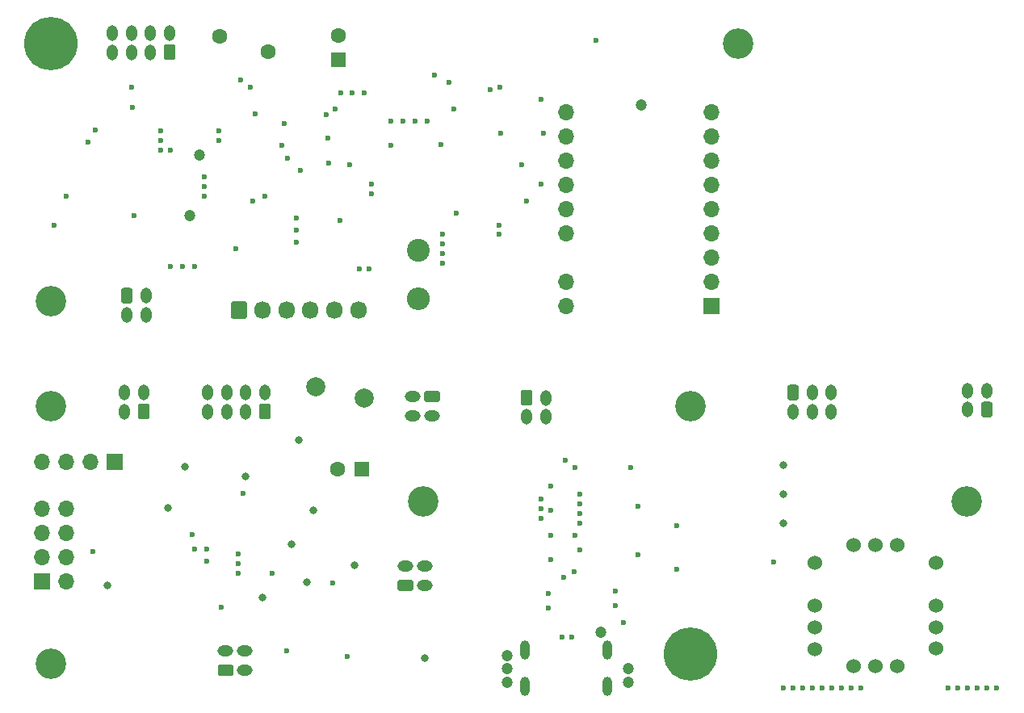
<source format=gbs>
G04 #@! TF.GenerationSoftware,KiCad,Pcbnew,(5.1.10-1-10_14)*
G04 #@! TF.CreationDate,2022-05-12T09:45:16+09:00*
G04 #@! TF.ProjectId,EH-900,45482d39-3030-42e6-9b69-6361645f7063,rev?*
G04 #@! TF.SameCoordinates,PX5f5e100PY510ff40*
G04 #@! TF.FileFunction,Soldermask,Bot*
G04 #@! TF.FilePolarity,Negative*
%FSLAX46Y46*%
G04 Gerber Fmt 4.6, Leading zero omitted, Abs format (unit mm)*
G04 Created by KiCad (PCBNEW (5.1.10-1-10_14)) date 2022-05-12 09:45:16*
%MOMM*%
%LPD*%
G01*
G04 APERTURE LIST*
%ADD10C,0.500000*%
%ADD11O,1.000000X2.000000*%
%ADD12C,1.524000*%
%ADD13O,1.200000X1.650000*%
%ADD14C,3.200000*%
%ADD15O,1.700000X1.700000*%
%ADD16R,1.700000X1.700000*%
%ADD17C,1.600000*%
%ADD18R,1.600000X1.600000*%
%ADD19C,4.000000*%
%ADD20C,5.600000*%
%ADD21C,3.600000*%
%ADD22C,2.010000*%
%ADD23O,1.650000X1.200000*%
%ADD24O,1.700000X1.850000*%
%ADD25O,2.400000X2.400000*%
%ADD26C,2.400000*%
%ADD27C,1.200000*%
%ADD28C,0.600000*%
%ADD29C,0.800000*%
G04 APERTURE END LIST*
D10*
G04 #@! TO.C,J301*
X53680000Y5550000D03*
X53680000Y5650000D03*
X53680000Y5250000D03*
X53680000Y5150000D03*
X53680000Y5050000D03*
X53680000Y5750000D03*
X53680000Y5350000D03*
X53680000Y5450000D03*
X53680000Y1250000D03*
X53680000Y1950000D03*
X53680000Y1550000D03*
X53680000Y1650000D03*
X53680000Y1850000D03*
X53680000Y1450000D03*
X53680000Y1350000D03*
X53680000Y1750000D03*
X62320000Y1250000D03*
X62320000Y1950000D03*
X62320000Y1550000D03*
X62320000Y1650000D03*
X62320000Y1850000D03*
X62320000Y1450000D03*
X62320000Y1350000D03*
X62320000Y1750000D03*
X62320000Y5050000D03*
X62320000Y5150000D03*
X62320000Y5250000D03*
X62320000Y5550000D03*
X62320000Y5600000D03*
X62320000Y5650000D03*
X62320000Y5350000D03*
X62320000Y5750000D03*
D11*
X53680000Y5400000D03*
X62320000Y5400000D03*
X53680000Y1600000D03*
X62320000Y1600000D03*
D10*
X62320000Y5450000D03*
G04 #@! TD*
D12*
G04 #@! TO.C,U302*
X84074000Y14560000D03*
X96774000Y14560000D03*
X88174000Y16410000D03*
X92674000Y16410000D03*
X84074000Y10060000D03*
X84074000Y7770000D03*
X84074000Y5480000D03*
X96774000Y10060000D03*
X96774000Y7810000D03*
X96774000Y5560000D03*
X88174000Y3710000D03*
X90424000Y3710000D03*
X92674000Y3710000D03*
X90424000Y16410000D03*
G04 #@! TD*
G04 #@! TO.C,CN301*
G36*
G01*
X53248000Y31296999D02*
X53248000Y32447001D01*
G75*
G02*
X53497999Y32697000I249999J0D01*
G01*
X54198001Y32697000D01*
G75*
G02*
X54448000Y32447001I0J-249999D01*
G01*
X54448000Y31296999D01*
G75*
G02*
X54198001Y31047000I-249999J0D01*
G01*
X53497999Y31047000D01*
G75*
G02*
X53248000Y31296999I0J249999D01*
G01*
G37*
D13*
X55848000Y31872000D03*
X53848000Y29872000D03*
X55848000Y29872000D03*
G04 #@! TD*
G04 #@! TO.C,CN304*
X100108000Y32634000D03*
X102108000Y32634000D03*
X100108000Y30634000D03*
G36*
G01*
X102708000Y31209001D02*
X102708000Y30058999D01*
G75*
G02*
X102458001Y29809000I-249999J0D01*
G01*
X101757999Y29809000D01*
G75*
G02*
X101508000Y30058999I0J249999D01*
G01*
X101508000Y31209001D01*
G75*
G02*
X101757999Y31459000I249999J0D01*
G01*
X102458001Y31459000D01*
G75*
G02*
X102708000Y31209001I0J-249999D01*
G01*
G37*
G04 #@! TD*
G04 #@! TO.C,CN302*
X85788000Y30412000D03*
X83788000Y30412000D03*
X81788000Y30412000D03*
X85788000Y32412000D03*
X83788000Y32412000D03*
G36*
G01*
X81188000Y31836999D02*
X81188000Y32987001D01*
G75*
G02*
X81437999Y33237000I249999J0D01*
G01*
X82138001Y33237000D01*
G75*
G02*
X82388000Y32987001I0J-249999D01*
G01*
X82388000Y31836999D01*
G75*
G02*
X82138001Y31587000I-249999J0D01*
G01*
X81437999Y31587000D01*
G75*
G02*
X81188000Y31836999I0J249999D01*
G01*
G37*
G04 #@! TD*
D14*
G04 #@! TO.C,REF\u002A\u002A*
X100000000Y21000000D03*
G04 #@! TD*
G04 #@! TO.C,REF\u002A\u002A*
X71000000Y31000000D03*
G04 #@! TD*
G04 #@! TO.C,REF\u002A\u002A*
X4000000Y42000000D03*
G04 #@! TD*
D15*
G04 #@! TO.C,CN204*
X3048000Y25146000D03*
X5588000Y25146000D03*
X8128000Y25146000D03*
D16*
X10668000Y25146000D03*
G04 #@! TD*
D15*
G04 #@! TO.C,CN201*
X5588000Y20268000D03*
X3048000Y20268000D03*
X5588000Y17728000D03*
X3048000Y17728000D03*
X5588000Y15188000D03*
X3048000Y15188000D03*
X5588000Y12648000D03*
D16*
X3048000Y12648000D03*
G04 #@! TD*
D17*
G04 #@! TO.C,C210*
X34076000Y24384000D03*
D18*
X36576000Y24384000D03*
G04 #@! TD*
D14*
G04 #@! TO.C,REF\u002A\u002A*
X76000000Y69000000D03*
G04 #@! TD*
D19*
G04 #@! TO.C,REF\u002A\u002A*
X71000000Y5000000D03*
D20*
X71000000Y5000000D03*
G04 #@! TD*
D21*
G04 #@! TO.C,REF\u002A\u002A*
X4000000Y69000000D03*
D20*
X4000000Y69000000D03*
G04 #@! TD*
D17*
G04 #@! TO.C,F401*
X26766000Y68160000D03*
X21666000Y69760000D03*
G04 #@! TD*
D22*
G04 #@! TO.C,F201*
X36850000Y31820000D03*
X31750000Y33020000D03*
G04 #@! TD*
D13*
G04 #@! TO.C,CN401*
X13938000Y40572000D03*
X11938000Y40572000D03*
X13938000Y42572000D03*
G36*
G01*
X11338000Y41996999D02*
X11338000Y43147001D01*
G75*
G02*
X11587999Y43397000I249999J0D01*
G01*
X12288001Y43397000D01*
G75*
G02*
X12538000Y43147001I0J-249999D01*
G01*
X12538000Y41996999D01*
G75*
G02*
X12288001Y41747000I-249999J0D01*
G01*
X11587999Y41747000D01*
G75*
G02*
X11338000Y41996999I0J249999D01*
G01*
G37*
G04 #@! TD*
D23*
G04 #@! TO.C,CN207*
X43148000Y14192000D03*
X43148000Y12192000D03*
X41148000Y14192000D03*
G36*
G01*
X41723001Y11592000D02*
X40572999Y11592000D01*
G75*
G02*
X40323000Y11841999I0J249999D01*
G01*
X40323000Y12542001D01*
G75*
G02*
X40572999Y12792000I249999J0D01*
G01*
X41723001Y12792000D01*
G75*
G02*
X41973000Y12542001I0J-249999D01*
G01*
X41973000Y11841999D01*
G75*
G02*
X41723001Y11592000I-249999J0D01*
G01*
G37*
G04 #@! TD*
G04 #@! TO.C,CN206*
X41942000Y30004000D03*
X41942000Y32004000D03*
X43942000Y30004000D03*
G36*
G01*
X43366999Y32604000D02*
X44517001Y32604000D01*
G75*
G02*
X44767000Y32354001I0J-249999D01*
G01*
X44767000Y31653999D01*
G75*
G02*
X44517001Y31404000I-249999J0D01*
G01*
X43366999Y31404000D01*
G75*
G02*
X43117000Y31653999I0J249999D01*
G01*
X43117000Y32354001D01*
G75*
G02*
X43366999Y32604000I249999J0D01*
G01*
G37*
G04 #@! TD*
G04 #@! TO.C,CN203*
X24300000Y5302000D03*
X24300000Y3302000D03*
X22300000Y5302000D03*
G36*
G01*
X22875001Y2702000D02*
X21724999Y2702000D01*
G75*
G02*
X21475000Y2951999I0J249999D01*
G01*
X21475000Y3652001D01*
G75*
G02*
X21724999Y3902000I249999J0D01*
G01*
X22875001Y3902000D01*
G75*
G02*
X23125000Y3652001I0J-249999D01*
G01*
X23125000Y2951999D01*
G75*
G02*
X22875001Y2702000I-249999J0D01*
G01*
G37*
G04 #@! TD*
D13*
G04 #@! TO.C,CN202*
X11716000Y32428000D03*
X13716000Y32428000D03*
X11716000Y30428000D03*
G36*
G01*
X14316000Y31003001D02*
X14316000Y29852999D01*
G75*
G02*
X14066001Y29603000I-249999J0D01*
G01*
X13365999Y29603000D01*
G75*
G02*
X13116000Y29852999I0J249999D01*
G01*
X13116000Y31003001D01*
G75*
G02*
X13365999Y31253000I249999J0D01*
G01*
X14066001Y31253000D01*
G75*
G02*
X14316000Y31003001I0J-249999D01*
G01*
G37*
G04 #@! TD*
D14*
G04 #@! TO.C,REF\u002A\u002A*
X43000000Y21000000D03*
G04 #@! TD*
G04 #@! TO.C,REF\u002A\u002A*
X4000000Y4000000D03*
G04 #@! TD*
G04 #@! TO.C,REF\u002A\u002A*
X4000000Y31000000D03*
G04 #@! TD*
D24*
G04 #@! TO.C,CN403*
X36198000Y41058000D03*
X33698000Y41058000D03*
X31198000Y41058000D03*
X28698000Y41058000D03*
X26198000Y41058000D03*
G36*
G01*
X22848000Y40383000D02*
X22848000Y41733000D01*
G75*
G02*
X23098000Y41983000I250000J0D01*
G01*
X24298000Y41983000D01*
G75*
G02*
X24548000Y41733000I0J-250000D01*
G01*
X24548000Y40383000D01*
G75*
G02*
X24298000Y40133000I-250000J0D01*
G01*
X23098000Y40133000D01*
G75*
G02*
X22848000Y40383000I0J250000D01*
G01*
G37*
G04 #@! TD*
D25*
G04 #@! TO.C,R419*
X42494000Y42226000D03*
D26*
X42494000Y47306000D03*
G04 #@! TD*
D15*
G04 #@! TO.C,U409*
X57988000Y41464000D03*
X57988000Y44004000D03*
X57988000Y49084000D03*
X57988000Y51624000D03*
X57988000Y54164000D03*
X57988000Y56704000D03*
X57988000Y59244000D03*
X57988000Y61784000D03*
X73228000Y54164000D03*
X73228000Y56704000D03*
X73228000Y61784000D03*
X73228000Y49084000D03*
X73228000Y46544000D03*
X73228000Y59244000D03*
X73228000Y51624000D03*
X73228000Y44004000D03*
D16*
X73228000Y41464000D03*
G04 #@! TD*
D13*
G04 #@! TO.C,CN402*
X10427000Y70109000D03*
X12427000Y70109000D03*
X14427000Y70109000D03*
X16427000Y70109000D03*
X10427000Y68109000D03*
X12427000Y68109000D03*
X14427000Y68109000D03*
G36*
G01*
X17027000Y68684001D02*
X17027000Y67533999D01*
G75*
G02*
X16777001Y67284000I-249999J0D01*
G01*
X16076999Y67284000D01*
G75*
G02*
X15827000Y67533999I0J249999D01*
G01*
X15827000Y68684001D01*
G75*
G02*
X16076999Y68934000I249999J0D01*
G01*
X16777001Y68934000D01*
G75*
G02*
X17027000Y68684001I0J-249999D01*
G01*
G37*
G04 #@! TD*
D17*
G04 #@! TO.C,C410*
X34112000Y69847000D03*
D18*
X34112000Y67347000D03*
G04 #@! TD*
D13*
G04 #@! TO.C,CN205*
X20416000Y32428000D03*
X22416000Y32428000D03*
X24416000Y32428000D03*
X26416000Y32428000D03*
X20416000Y30428000D03*
X22416000Y30428000D03*
X24416000Y30428000D03*
G36*
G01*
X27016000Y31003001D02*
X27016000Y29852999D01*
G75*
G02*
X26766001Y29603000I-249999J0D01*
G01*
X26065999Y29603000D01*
G75*
G02*
X25816000Y29852999I0J249999D01*
G01*
X25816000Y31003001D01*
G75*
G02*
X26065999Y31253000I249999J0D01*
G01*
X26766001Y31253000D01*
G75*
G02*
X27016000Y31003001I0J-249999D01*
G01*
G37*
G04 #@! TD*
D27*
X64516000Y3456000D03*
X51816000Y3456000D03*
X51816000Y4853000D03*
X51816000Y2059000D03*
X64516000Y2059000D03*
X61595000Y7266000D03*
D28*
X56134000Y11330000D03*
X56134000Y9806000D03*
D29*
X80772000Y24792000D03*
X80772000Y21744000D03*
X80772000Y18696000D03*
D28*
X80772000Y1424000D03*
X81788000Y1424000D03*
X82804000Y1424000D03*
X83820000Y1424000D03*
X84836000Y1424000D03*
X98044000Y1424000D03*
X99060000Y1424000D03*
X100076000Y1424000D03*
X101092000Y1424000D03*
X102108000Y1424000D03*
X103124000Y1424000D03*
X85852000Y1424000D03*
X86868000Y1424000D03*
X87884000Y1424000D03*
X88900000Y1424000D03*
X19050000Y16002000D03*
X8382000Y15748000D03*
D29*
X16256000Y20320000D03*
X26162000Y10922000D03*
X18034000Y24638000D03*
X24384000Y23622000D03*
X9906000Y12192000D03*
X31496000Y20066000D03*
X30838627Y12498627D03*
X29210000Y16510000D03*
D28*
X18796000Y17526000D03*
X20320000Y14732000D03*
X20320000Y16002000D03*
D29*
X29972000Y27432000D03*
X43180000Y4572000D03*
X35814000Y14313500D03*
D28*
X27178000Y13462000D03*
X23622000Y13462000D03*
X21844000Y9906000D03*
X28702000Y5334000D03*
X23622000Y15494000D03*
X35052000Y4774000D03*
X23622000Y14478000D03*
X33528000Y12446000D03*
X24130000Y21844000D03*
X21590000Y59844000D03*
X28778000Y56958000D03*
X33096000Y56450000D03*
X34366000Y63816000D03*
X15494000Y59844000D03*
X15494000Y58828000D03*
X15494000Y57812000D03*
X16510000Y57812000D03*
X39624000Y60860000D03*
X40894000Y60860000D03*
X42164000Y60860000D03*
X43434000Y60860000D03*
X21590000Y58828000D03*
X20066000Y55018000D03*
X20066000Y54002000D03*
X20066000Y52986000D03*
X33020000Y59082000D03*
X29718000Y50700000D03*
X37592000Y54256000D03*
X37592000Y53240000D03*
X36322000Y45366000D03*
X37338000Y45366000D03*
X35560000Y63816000D03*
X36830000Y63816000D03*
X16510000Y45620000D03*
X17780000Y45620000D03*
X19050000Y45620000D03*
X29718000Y49430000D03*
X29718000Y48160000D03*
X26416000Y52986000D03*
X25146000Y52478000D03*
X30104798Y55717112D03*
X23367988Y47473974D03*
D27*
X19558000Y57304000D03*
D28*
X34290000Y50446000D03*
X61092012Y69347988D03*
X44196000Y65686000D03*
X23876000Y65178000D03*
X7861567Y58696658D03*
X24892000Y64416000D03*
X45720000Y64924000D03*
X12436000Y64416000D03*
X5588000Y52986000D03*
X8609951Y59969421D03*
X46228000Y62130000D03*
X28194000Y58320000D03*
X35306000Y56288000D03*
X53848000Y52478000D03*
X32842000Y61530000D03*
X28448000Y60606000D03*
X46482000Y51208000D03*
X39624000Y58320000D03*
D27*
X65862000Y62546000D03*
D28*
X51000000Y49000000D03*
X51000000Y50000000D03*
X45000000Y46000000D03*
X45000000Y47000000D03*
X45000000Y48000000D03*
X45000000Y49000000D03*
X53340000Y56288000D03*
X55372000Y63146000D03*
X51054000Y64416000D03*
X51130000Y59590000D03*
X55626000Y59590000D03*
X55372000Y54256000D03*
X12522000Y62292000D03*
X25400000Y61622000D03*
X50038000Y64162000D03*
X12700000Y50954000D03*
D27*
X18542000Y50954000D03*
D28*
X4317988Y49938000D03*
X44835000Y58443000D03*
X33782000Y62130000D03*
X63119000Y11584000D03*
X63119000Y10060000D03*
X69596000Y13870000D03*
X69596000Y18442000D03*
X64770000Y24538000D03*
X64008000Y8282000D03*
X65532000Y20474000D03*
X56409498Y14864502D03*
X57912000Y25300000D03*
X58928000Y24538000D03*
X58927984Y17426000D03*
X59436000Y21744000D03*
X59436000Y18696000D03*
X59436000Y20728000D03*
X59436000Y19712000D03*
X55372000Y21236000D03*
X55372000Y20220000D03*
X55372000Y19204000D03*
X56387962Y22633013D03*
X56388000Y20093000D03*
X56388000Y17426000D03*
X65532000Y15394000D03*
X57747500Y13018500D03*
X79756000Y14632024D03*
X58550001Y6754999D03*
X59436000Y15940010D03*
X57531000Y6758000D03*
X58801000Y13616000D03*
M02*

</source>
